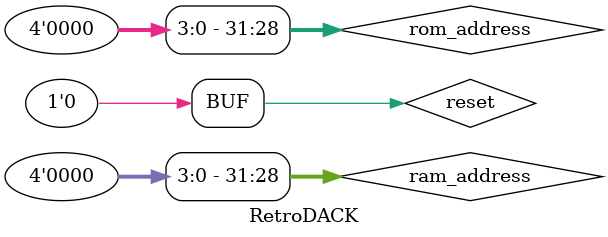
<source format=sv>
/*
 RetroDÄCK
 Copyright (c) 2025 Anders Pistol.

 This Source Code Form is subject to the terms of the Mozilla Public
 License, v. 2.0. If a copy of the MPL was not distributed with this
 file, You can obtain one at https://mozilla.org/MPL/2.0/.
*/

`timescale 1ns/1ns

(* top *)
module RetroDACK(
	`include "RetroDACK_IO.sv"
);
	wire clock;
	wire reset = 1'b0;


	/*
	// 125 MHz
	`define FREQUENCY 125_000_000
	PLL_ECP5 #(
		.CLKI_DIV(1),
		.CLKFB_DIV(5),
		.CLKOP_DIV(5),
		.CLKOP_CPHASE(0)
	) pll(
		.i_clk(CLOCK),
		.o_clk1(clock),
		.o_clk2(),
		.o_clk_locked()
	);
	*/

	// 100 MHz
	`define FREQUENCY 100_000_000
	PLL_ECP5 #(
		.CLKI_DIV(1),
		.CLKFB_DIV(4),
		.CLKOP_DIV(6),
		.CLKOP_CPHASE(0)
	) pll(
		.i_clk(CLOCK),
		.o_clk1(clock),
		.o_clk2(),
		.o_clk_locked()
	);


	//====================================================
	// ROM
	wire rom_select;
	wire [31:0] rom_address;
	wire [31:0] rom_rdata;
	wire rom_ready;

	RetroDACK_BROM rom(
		.i_clock(clock),
		.i_request(bus_request && rom_select),
		.i_address(rom_address),
		.o_rdata(rom_rdata),
		.o_ready(rom_ready)
	);


	//====================================================
	// RAM
	wire ram_select;
	wire [31:0] ram_address;
	wire [31:0] ram_wdata;
	wire [31:0] ram_rdata;
	wire ram_ready;

	BRAM #(
		.SIZE(32'h1000)
	) ram(
		.i_clock(clock),
		.i_request(bus_request && ram_select),
		.i_rw(bus_rw),
		.i_address(ram_address),
		.i_wdata(ram_wdata),
		.o_rdata(ram_rdata),
		.o_ready(ram_ready),
		.o_valid()
	);


	//====================================================
	// UART
	wire uart_select;
	wire [1:0] uart_address;
	wire [31:0] uart_wdata;
	wire [31:0] uart_rdata;
	wire uart_ready;

	UART #(
		.FREQUENCY(`FREQUENCY),
		.BAUDRATE(115200),
		.RX_FIFO_DEPTH(16)
	) uart(
		.i_reset(reset),
		.i_clock(clock),
		.i_request(bus_request && uart_select),
		.i_rw(bus_rw),
		.i_address(uart_address),
		.i_wdata(uart_wdata),
		.o_rdata(uart_rdata),
		.o_ready(uart_ready),
		.o_interrupt(),
		// ---
		.UART_RX(UART_RX),
		.UART_TX(UART_TX)
	);


	//====================================================
	// Chip select
	assign rom_select = bus_address[31:28] == 4'h0;
	assign rom_address = { 4'h0, bus_address[27:0] };

	assign ram_select = bus_address[31:28] == 4'h1;
	assign ram_address = { 4'h0, bus_address[27:0] };
	assign ram_wdata = bus_wdata;

	assign uart_select = bus_address[31:28] == 4'h3;
	assign uart_address = { 4'h0, bus_address[27:0] };
	assign uart_wdata = bus_wdata;

	assign pin_select = bus_address[31:28] == 4'h4;

	assign bus_rdata =
		rom_select		? rom_rdata		:
		ram_select		? ram_rdata		:
		uart_select		? uart_rdata	:
		32'h00000000;

	assign bus_ready =
		rom_select		? rom_ready		:
		ram_select		? ram_ready		:
		uart_select		? uart_ready	:
		pin_select		? pin_ready		:
		1'b0;


	//====================================================
	// CPU BusMux
	wire bus_rw;
	wire bus_request;
	wire bus_ready;
	wire [31:0] bus_address;
	wire [31:0] bus_rdata;
	wire [31:0] bus_wdata;

	CPU_BusMux #(
		.REGISTERED(0)
	) bus(
		.i_reset(reset),
		.i_clock(clock),

		.o_bus_rw(bus_rw),
		.o_bus_request(bus_request),
		.i_bus_ready(bus_ready),
		.o_bus_address(bus_address),
		.i_bus_rdata(bus_rdata),
		.o_bus_wdata(bus_wdata),

		.i_pa_request(cpu_ibus_request),
		.o_pa_ready(cpu_ibus_ready),
		.i_pa_address(cpu_ibus_address),
		.o_pa_rdata(cpu_ibus_rdata),

		.i_pb_rw(cpu_dbus_rw),
		.i_pb_request(cpu_dbus_request),
		.o_pb_ready(cpu_dbus_ready),
		.i_pb_address(cpu_dbus_address),
		.o_pb_rdata(cpu_dbus_rdata),
		.i_pb_wdata(cpu_dbus_wdata)
	);


	//====================================================
	// CPU
	wire cpu_ibus_request;
	wire cpu_ibus_ready;
	wire [31:0] cpu_ibus_address;
	wire [31:0] cpu_ibus_rdata;
	wire cpu_dbus_rw;
	wire cpu_dbus_request;
	wire cpu_dbus_ready;
	wire [31:0] cpu_dbus_address;
	wire [31:0] cpu_dbus_rdata;
	wire [31:0] cpu_dbus_wdata;
	wire cpu_fault;

	CPU #(
		.FREQUENCY(`FREQUENCY),
		.DCACHE_SIZE(0),
		.DCACHE_REGISTERED(1),
		.ICACHE_SIZE(1),
		.ICACHE_REGISTERED(1)		
	) cpu(
		.i_reset(reset),
		.i_clock(clock),

		// Control
		.i_timer_interrupt(1'b0),
		.i_external_interrupt(1'b0),

		// Instruction bus
		.o_ibus_request(cpu_ibus_request),
		.i_ibus_ready(cpu_ibus_ready),
		.o_ibus_address(cpu_ibus_address),
		.i_ibus_rdata(cpu_ibus_rdata),

		// Data bus
		.o_dbus_rw(cpu_dbus_rw),
		.o_dbus_request(cpu_dbus_request),
		.i_dbus_ready(cpu_dbus_ready),
		.o_dbus_address(cpu_dbus_address),
		.i_dbus_rdata(cpu_dbus_rdata),
		.o_dbus_wdata(cpu_dbus_wdata),

		// Debug
		.o_icache_hit(),
		.o_icache_miss(),
		.o_dcache_hit(),
		.o_dcache_miss(),
		.o_execute_busy(),
		.o_memory_busy(),
		.o_fault(cpu_fault)
	);

endmodule

</source>
